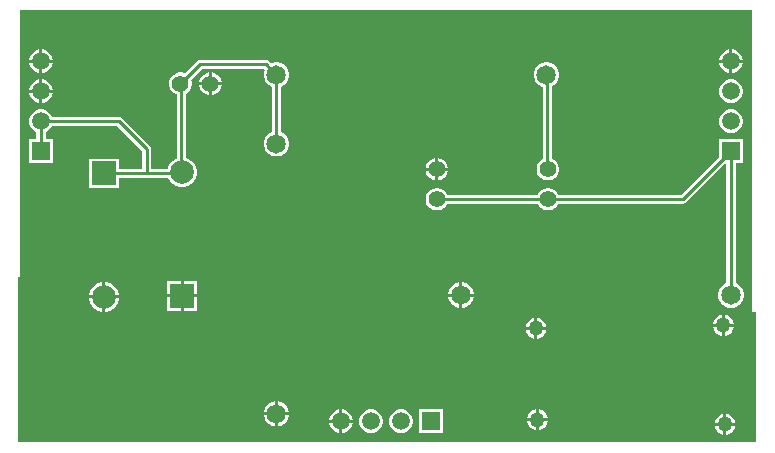
<source format=gtl>
G04*
G04 #@! TF.GenerationSoftware,Altium Limited,Altium Designer,22.2.1 (43)*
G04*
G04 Layer_Physical_Order=1*
G04 Layer_Color=255*
%FSLAX25Y25*%
%MOIN*%
G70*
G04*
G04 #@! TF.SameCoordinates,ABC598D3-5A79-416D-B659-D6E934405FF7*
G04*
G04*
G04 #@! TF.FilePolarity,Positive*
G04*
G01*
G75*
%ADD10C,0.01000*%
%ADD20C,0.06496*%
%ADD21C,0.07874*%
%ADD22R,0.07874X0.07874*%
%ADD23C,0.05512*%
%ADD24C,0.05906*%
%ADD25R,0.05906X0.05906*%
%ADD26R,0.05906X0.05906*%
%ADD27C,0.05000*%
G36*
X247000Y46500D02*
X248471D01*
Y3000D01*
X2486D01*
Y58000D01*
X3000D01*
Y147000D01*
X247000D01*
Y46500D01*
D02*
G37*
%LPC*%
G36*
X240520Y133953D02*
X240500D01*
Y130500D01*
X243953D01*
Y130520D01*
X243683Y131526D01*
X243163Y132427D01*
X242427Y133163D01*
X241526Y133683D01*
X240520Y133953D01*
D02*
G37*
G36*
X10520D02*
X10500D01*
Y130500D01*
X13953D01*
Y130520D01*
X13683Y131526D01*
X13163Y132427D01*
X12427Y133163D01*
X11526Y133683D01*
X10520Y133953D01*
D02*
G37*
G36*
X239500D02*
X239480D01*
X238474Y133683D01*
X237573Y133163D01*
X236837Y132427D01*
X236317Y131526D01*
X236047Y130520D01*
Y130500D01*
X239500D01*
Y133953D01*
D02*
G37*
G36*
X9500D02*
X9480D01*
X8474Y133683D01*
X7573Y133163D01*
X6837Y132427D01*
X6317Y131526D01*
X6047Y130520D01*
Y130500D01*
X9500D01*
Y133953D01*
D02*
G37*
G36*
X243953Y129500D02*
X240500D01*
Y126047D01*
X240520D01*
X241526Y126317D01*
X242427Y126837D01*
X243163Y127573D01*
X243683Y128474D01*
X243953Y129480D01*
Y129500D01*
D02*
G37*
G36*
X239500D02*
X236047D01*
Y129480D01*
X236317Y128474D01*
X236837Y127573D01*
X237573Y126837D01*
X238474Y126317D01*
X239480Y126047D01*
X239500D01*
Y129500D01*
D02*
G37*
G36*
X13953D02*
X10500D01*
Y126047D01*
X10520D01*
X11526Y126317D01*
X12427Y126837D01*
X13163Y127573D01*
X13683Y128474D01*
X13953Y129480D01*
Y129500D01*
D02*
G37*
G36*
X9500D02*
X6047D01*
Y129480D01*
X6317Y128474D01*
X6837Y127573D01*
X7573Y126837D01*
X8474Y126317D01*
X9480Y126047D01*
X9500D01*
Y129500D01*
D02*
G37*
G36*
X67000Y126254D02*
Y123000D01*
X70254D01*
X70000Y123950D01*
X69506Y124806D01*
X68806Y125505D01*
X67950Y126000D01*
X67000Y126254D01*
D02*
G37*
G36*
X66000D02*
X65050Y126000D01*
X64194Y125505D01*
X63494Y124806D01*
X63000Y123950D01*
X62746Y123000D01*
X66000D01*
Y126254D01*
D02*
G37*
G36*
X10520Y123953D02*
X10500D01*
Y120500D01*
X13953D01*
Y120520D01*
X13683Y121526D01*
X13163Y122427D01*
X12427Y123163D01*
X11526Y123683D01*
X10520Y123953D01*
D02*
G37*
G36*
X9500D02*
X9480D01*
X8474Y123683D01*
X7573Y123163D01*
X6837Y122427D01*
X6317Y121526D01*
X6047Y120520D01*
Y120500D01*
X9500D01*
Y123953D01*
D02*
G37*
G36*
X70254Y122000D02*
X67000D01*
Y118746D01*
X67950Y119000D01*
X68806Y119494D01*
X69506Y120194D01*
X70000Y121050D01*
X70254Y122000D01*
D02*
G37*
G36*
X66000D02*
X62746D01*
X63000Y121050D01*
X63494Y120194D01*
X64194Y119494D01*
X65050Y119000D01*
X66000Y118746D01*
Y122000D01*
D02*
G37*
G36*
X240520Y123953D02*
X239480D01*
X238474Y123683D01*
X237573Y123163D01*
X236837Y122427D01*
X236317Y121526D01*
X236047Y120520D01*
Y119480D01*
X236317Y118474D01*
X236837Y117573D01*
X237573Y116837D01*
X238474Y116317D01*
X239480Y116047D01*
X240520D01*
X241526Y116317D01*
X242427Y116837D01*
X243163Y117573D01*
X243683Y118474D01*
X243953Y119480D01*
Y120520D01*
X243683Y121526D01*
X243163Y122427D01*
X242427Y123163D01*
X241526Y123683D01*
X240520Y123953D01*
D02*
G37*
G36*
X13953Y119500D02*
X10500D01*
Y116047D01*
X10520D01*
X11526Y116317D01*
X12427Y116837D01*
X13163Y117573D01*
X13683Y118474D01*
X13953Y119480D01*
Y119500D01*
D02*
G37*
G36*
X9500D02*
X6047D01*
Y119480D01*
X6317Y118474D01*
X6837Y117573D01*
X7573Y116837D01*
X8474Y116317D01*
X9480Y116047D01*
X9500D01*
Y119500D01*
D02*
G37*
G36*
X240520Y113953D02*
X239480D01*
X238474Y113683D01*
X237573Y113163D01*
X236837Y112427D01*
X236317Y111526D01*
X236047Y110520D01*
Y109480D01*
X236317Y108474D01*
X236837Y107573D01*
X237573Y106837D01*
X238474Y106317D01*
X239480Y106047D01*
X240520D01*
X241526Y106317D01*
X242427Y106837D01*
X243163Y107573D01*
X243683Y108474D01*
X243953Y109480D01*
Y110520D01*
X243683Y111526D01*
X243163Y112427D01*
X242427Y113163D01*
X241526Y113683D01*
X240520Y113953D01*
D02*
G37*
G36*
X85000Y130529D02*
X63000D01*
X62415Y130413D01*
X61919Y130081D01*
X57861Y126024D01*
X56994Y126256D01*
X56006D01*
X55050Y126000D01*
X54194Y125505D01*
X53495Y124806D01*
X53000Y123950D01*
X52744Y122994D01*
Y122005D01*
X53000Y121050D01*
X53495Y120194D01*
X54194Y119494D01*
X55050Y119000D01*
X55252Y118946D01*
Y97560D01*
X55157Y97535D01*
X54032Y96885D01*
X53112Y95965D01*
X52462Y94840D01*
X52270Y94120D01*
X46778D01*
Y100751D01*
X46662Y101336D01*
X46330Y101832D01*
X37081Y111081D01*
X36585Y111413D01*
X36000Y111529D01*
X13681D01*
X13163Y112427D01*
X12427Y113163D01*
X11526Y113683D01*
X10520Y113953D01*
X9480D01*
X8474Y113683D01*
X7573Y113163D01*
X6837Y112427D01*
X6317Y111526D01*
X6047Y110520D01*
Y109480D01*
X6317Y108474D01*
X6837Y107573D01*
X7573Y106837D01*
X8471Y106319D01*
Y103953D01*
X6047D01*
Y96047D01*
X13953D01*
Y103953D01*
X11529D01*
Y106319D01*
X12427Y106837D01*
X13163Y107573D01*
X13681Y108471D01*
X35366D01*
X43720Y100118D01*
Y94120D01*
X35937D01*
Y97528D01*
X26063D01*
Y87653D01*
X35937D01*
Y91061D01*
X52454D01*
X52462Y91028D01*
X53112Y89903D01*
X54032Y88983D01*
X55157Y88333D01*
X56413Y87997D01*
X57713D01*
X58969Y88333D01*
X60094Y88983D01*
X61014Y89903D01*
X61664Y91028D01*
X62000Y92284D01*
Y93584D01*
X61664Y94840D01*
X61014Y95965D01*
X60094Y96885D01*
X58969Y97535D01*
X58311Y97711D01*
Y119209D01*
X58806Y119494D01*
X59505Y120194D01*
X60000Y121050D01*
X60256Y122005D01*
Y122994D01*
X60024Y123861D01*
X63634Y127471D01*
X84155D01*
X84294Y127351D01*
X84512Y127031D01*
X84252Y126059D01*
Y124941D01*
X84541Y123860D01*
X85101Y122892D01*
X85892Y122101D01*
X86860Y121542D01*
X86971Y121512D01*
Y106488D01*
X86860Y106458D01*
X85892Y105899D01*
X85101Y105108D01*
X84541Y104140D01*
X84252Y103059D01*
Y101941D01*
X84541Y100860D01*
X85101Y99892D01*
X85892Y99101D01*
X86860Y98541D01*
X87941Y98252D01*
X89059D01*
X90140Y98541D01*
X91108Y99101D01*
X91899Y99892D01*
X92458Y100860D01*
X92748Y101941D01*
Y103059D01*
X92458Y104140D01*
X91899Y105108D01*
X91108Y105899D01*
X90140Y106458D01*
X90029Y106488D01*
Y121512D01*
X90140Y121542D01*
X91108Y122101D01*
X91899Y122892D01*
X92458Y123860D01*
X92748Y124941D01*
Y126059D01*
X92458Y127140D01*
X91899Y128108D01*
X91108Y128899D01*
X90140Y129458D01*
X89059Y129748D01*
X87941D01*
X86860Y129458D01*
X86761Y129401D01*
X86081Y130081D01*
X85585Y130413D01*
X85000Y130529D01*
D02*
G37*
G36*
X142500Y97754D02*
Y94500D01*
X145754D01*
X145500Y95450D01*
X145006Y96306D01*
X144306Y97005D01*
X143450Y97500D01*
X142500Y97754D01*
D02*
G37*
G36*
X141500D02*
X140550Y97500D01*
X139694Y97005D01*
X138995Y96306D01*
X138500Y95450D01*
X138246Y94500D01*
X141500D01*
Y97754D01*
D02*
G37*
G36*
X145754Y93500D02*
X142500D01*
Y90246D01*
X143450Y90500D01*
X144306Y90995D01*
X145006Y91694D01*
X145500Y92550D01*
X145754Y93500D01*
D02*
G37*
G36*
X141500D02*
X138246D01*
X138500Y92550D01*
X138995Y91694D01*
X139694Y90995D01*
X140550Y90500D01*
X141500Y90246D01*
Y93500D01*
D02*
G37*
G36*
X179059Y129748D02*
X177941D01*
X176860Y129458D01*
X175892Y128899D01*
X175101Y128108D01*
X174541Y127140D01*
X174252Y126059D01*
Y124941D01*
X174541Y123860D01*
X175101Y122892D01*
X175892Y122101D01*
X176860Y121542D01*
X177221Y121445D01*
Y97310D01*
X176694Y97005D01*
X175995Y96306D01*
X175500Y95450D01*
X175244Y94494D01*
Y93506D01*
X175500Y92550D01*
X175995Y91694D01*
X176694Y90995D01*
X177550Y90500D01*
X178506Y90244D01*
X179495D01*
X180450Y90500D01*
X181306Y90995D01*
X182006Y91694D01*
X182500Y92550D01*
X182756Y93506D01*
Y94494D01*
X182500Y95450D01*
X182006Y96306D01*
X181306Y97005D01*
X180450Y97500D01*
X180279Y97546D01*
Y121622D01*
X181108Y122101D01*
X181899Y122892D01*
X182458Y123860D01*
X182748Y124941D01*
Y126059D01*
X182458Y127140D01*
X181899Y128108D01*
X181108Y128899D01*
X180140Y129458D01*
X179059Y129748D01*
D02*
G37*
G36*
X150559Y56248D02*
X150500D01*
Y52500D01*
X154248D01*
Y52559D01*
X153958Y53640D01*
X153399Y54608D01*
X152608Y55399D01*
X151640Y55958D01*
X150559Y56248D01*
D02*
G37*
G36*
X149500D02*
X149441D01*
X148360Y55958D01*
X147392Y55399D01*
X146601Y54608D01*
X146042Y53640D01*
X145752Y52559D01*
Y52500D01*
X149500D01*
Y56248D01*
D02*
G37*
G36*
X62000Y56690D02*
X57563D01*
Y52253D01*
X62000D01*
Y56690D01*
D02*
G37*
G36*
X56563D02*
X52126D01*
Y52253D01*
X56563D01*
Y56690D01*
D02*
G37*
G36*
X31650Y56346D02*
X31500D01*
Y51909D01*
X35937D01*
Y52059D01*
X35601Y53315D01*
X34951Y54441D01*
X34031Y55360D01*
X32906Y56010D01*
X31650Y56346D01*
D02*
G37*
G36*
X30500D02*
X30350D01*
X29094Y56010D01*
X27969Y55360D01*
X27049Y54441D01*
X26399Y53315D01*
X26063Y52059D01*
Y51909D01*
X30500D01*
Y56346D01*
D02*
G37*
G36*
X243953Y103953D02*
X236047D01*
Y98210D01*
X223366Y85529D01*
X182454D01*
X182006Y86306D01*
X181306Y87006D01*
X180450Y87500D01*
X179495Y87756D01*
X178506D01*
X177550Y87500D01*
X176694Y87006D01*
X175995Y86306D01*
X175546Y85529D01*
X145454D01*
X145006Y86306D01*
X144306Y87006D01*
X143450Y87500D01*
X142494Y87756D01*
X141506D01*
X140550Y87500D01*
X139694Y87006D01*
X138995Y86306D01*
X138500Y85450D01*
X138244Y84495D01*
Y83505D01*
X138500Y82550D01*
X138995Y81694D01*
X139694Y80994D01*
X140550Y80500D01*
X141506Y80244D01*
X142494D01*
X143450Y80500D01*
X144306Y80994D01*
X145006Y81694D01*
X145454Y82471D01*
X175546D01*
X175995Y81694D01*
X176694Y80994D01*
X177550Y80500D01*
X178506Y80244D01*
X179495D01*
X180450Y80500D01*
X181306Y80994D01*
X182006Y81694D01*
X182454Y82471D01*
X224000D01*
X224585Y82587D01*
X225081Y82919D01*
X237971Y95808D01*
X238471Y95601D01*
Y55988D01*
X238360Y55958D01*
X237392Y55399D01*
X236601Y54608D01*
X236041Y53640D01*
X235752Y52559D01*
Y51441D01*
X236041Y50360D01*
X236601Y49392D01*
X237392Y48601D01*
X238360Y48041D01*
X239441Y47752D01*
X240559D01*
X241640Y48041D01*
X242608Y48601D01*
X243399Y49392D01*
X243958Y50360D01*
X244248Y51441D01*
Y52559D01*
X243958Y53640D01*
X243399Y54608D01*
X242608Y55399D01*
X241640Y55958D01*
X241529Y55988D01*
Y96047D01*
X243953D01*
Y103953D01*
D02*
G37*
G36*
X154248Y51500D02*
X150500D01*
Y47752D01*
X150559D01*
X151640Y48041D01*
X152608Y48601D01*
X153399Y49392D01*
X153958Y50360D01*
X154248Y51441D01*
Y51500D01*
D02*
G37*
G36*
X149500D02*
X145752D01*
Y51441D01*
X146042Y50360D01*
X146601Y49392D01*
X147392Y48601D01*
X148360Y48041D01*
X149441Y47752D01*
X149500D01*
Y51500D01*
D02*
G37*
G36*
X62000Y51253D02*
X57563D01*
Y46816D01*
X62000D01*
Y51253D01*
D02*
G37*
G36*
X56563D02*
X52126D01*
Y46816D01*
X56563D01*
Y51253D01*
D02*
G37*
G36*
X35937Y50909D02*
X31500D01*
Y46472D01*
X31650D01*
X32906Y46809D01*
X34031Y47459D01*
X34951Y48378D01*
X35601Y49504D01*
X35937Y50760D01*
Y50909D01*
D02*
G37*
G36*
X30500D02*
X26063D01*
Y50760D01*
X26399Y49504D01*
X27049Y48378D01*
X27969Y47459D01*
X29094Y46809D01*
X30350Y46472D01*
X30500D01*
Y50909D01*
D02*
G37*
G36*
X238000Y45489D02*
Y42500D01*
X240989D01*
X240761Y43351D01*
X240387Y44000D01*
X240301Y44149D01*
X239649Y44801D01*
X238851Y45261D01*
X238000Y45489D01*
D02*
G37*
G36*
X237000D02*
X236149Y45261D01*
X235351Y44801D01*
X234699Y44149D01*
X234613Y44000D01*
X234239Y43351D01*
X234011Y42500D01*
X237000D01*
Y45489D01*
D02*
G37*
G36*
X175500Y44489D02*
Y41500D01*
X178489D01*
X178261Y42351D01*
X177801Y43149D01*
X177149Y43801D01*
X176351Y44262D01*
X175500Y44489D01*
D02*
G37*
G36*
X174500D02*
X173649Y44262D01*
X172851Y43801D01*
X172199Y43149D01*
X171739Y42351D01*
X171511Y41500D01*
X174500D01*
Y44489D01*
D02*
G37*
G36*
X240989Y41500D02*
X238000D01*
Y38511D01*
X238851Y38739D01*
X239649Y39199D01*
X240301Y39851D01*
X240761Y40649D01*
X240989Y41500D01*
D02*
G37*
G36*
X237000D02*
X234011D01*
X234239Y40649D01*
X234699Y39851D01*
X235351Y39199D01*
X236149Y38739D01*
X237000Y38511D01*
Y41500D01*
D02*
G37*
G36*
X178489Y40500D02*
X175500D01*
Y37510D01*
X176351Y37738D01*
X177149Y38199D01*
X177801Y38851D01*
X178261Y39649D01*
X178489Y40500D01*
D02*
G37*
G36*
X174500D02*
X171511D01*
X171739Y39649D01*
X172199Y38851D01*
X172851Y38199D01*
X173649Y37738D01*
X174500Y37510D01*
Y40500D01*
D02*
G37*
G36*
X89059Y16748D02*
X89000D01*
Y13000D01*
X92748D01*
Y13059D01*
X92458Y14140D01*
X91899Y15108D01*
X91108Y15899D01*
X90140Y16458D01*
X89059Y16748D01*
D02*
G37*
G36*
X88000D02*
X87941D01*
X86860Y16458D01*
X85892Y15899D01*
X85101Y15108D01*
X84541Y14140D01*
X84252Y13059D01*
Y13000D01*
X88000D01*
Y16748D01*
D02*
G37*
G36*
X176000Y13990D02*
Y11000D01*
X178990D01*
X178761Y11851D01*
X178301Y12649D01*
X177649Y13301D01*
X176851Y13761D01*
X176000Y13990D01*
D02*
G37*
G36*
X175000D02*
X174149Y13761D01*
X173351Y13301D01*
X172699Y12649D01*
X172239Y11851D01*
X172011Y11000D01*
X175000D01*
Y13990D01*
D02*
G37*
G36*
X110520Y13953D02*
X110500D01*
Y10500D01*
X113953D01*
Y10520D01*
X113683Y11526D01*
X113163Y12427D01*
X112427Y13163D01*
X111526Y13683D01*
X110520Y13953D01*
D02*
G37*
G36*
X109500D02*
X109480D01*
X108474Y13683D01*
X107573Y13163D01*
X106837Y12427D01*
X106317Y11526D01*
X106047Y10520D01*
Y10500D01*
X109500D01*
Y13953D01*
D02*
G37*
G36*
X238500Y12489D02*
Y9500D01*
X241490D01*
X241262Y10351D01*
X240801Y11149D01*
X240149Y11801D01*
X239351Y12262D01*
X238500Y12489D01*
D02*
G37*
G36*
X237500D02*
X236649Y12262D01*
X235851Y11801D01*
X235199Y11149D01*
X234738Y10351D01*
X234510Y9500D01*
X237500D01*
Y12489D01*
D02*
G37*
G36*
X92748Y12000D02*
X89000D01*
Y8252D01*
X89059D01*
X90140Y8541D01*
X91108Y9101D01*
X91899Y9892D01*
X92458Y10860D01*
X92748Y11941D01*
Y12000D01*
D02*
G37*
G36*
X88000D02*
X84252D01*
Y11941D01*
X84541Y10860D01*
X85101Y9892D01*
X85892Y9101D01*
X86860Y8541D01*
X87941Y8252D01*
X88000D01*
Y12000D01*
D02*
G37*
G36*
X178990Y10000D02*
X176000D01*
Y7011D01*
X176851Y7238D01*
X177649Y7699D01*
X178301Y8351D01*
X178761Y9149D01*
X178990Y10000D01*
D02*
G37*
G36*
X175000D02*
X172011D01*
X172239Y9149D01*
X172699Y8351D01*
X173351Y7699D01*
X174149Y7238D01*
X175000Y7011D01*
Y10000D01*
D02*
G37*
G36*
X143953Y13953D02*
X136047D01*
Y6047D01*
X143953D01*
Y13953D01*
D02*
G37*
G36*
X130520D02*
X129480D01*
X128474Y13683D01*
X127573Y13163D01*
X126837Y12427D01*
X126317Y11526D01*
X126047Y10520D01*
Y9480D01*
X126317Y8474D01*
X126837Y7573D01*
X127573Y6837D01*
X128474Y6317D01*
X129480Y6047D01*
X130520D01*
X131526Y6317D01*
X132427Y6837D01*
X133163Y7573D01*
X133683Y8474D01*
X133953Y9480D01*
Y10520D01*
X133683Y11526D01*
X133163Y12427D01*
X132427Y13163D01*
X131526Y13683D01*
X130520Y13953D01*
D02*
G37*
G36*
X120520D02*
X119480D01*
X118474Y13683D01*
X117573Y13163D01*
X116837Y12427D01*
X116317Y11526D01*
X116047Y10520D01*
Y9480D01*
X116317Y8474D01*
X116837Y7573D01*
X117573Y6837D01*
X118474Y6317D01*
X119480Y6047D01*
X120520D01*
X121526Y6317D01*
X122427Y6837D01*
X123163Y7573D01*
X123683Y8474D01*
X123953Y9480D01*
Y10520D01*
X123683Y11526D01*
X123163Y12427D01*
X122427Y13163D01*
X121526Y13683D01*
X120520Y13953D01*
D02*
G37*
G36*
X113953Y9500D02*
X110500D01*
Y6047D01*
X110520D01*
X111526Y6317D01*
X112427Y6837D01*
X113163Y7573D01*
X113683Y8474D01*
X113953Y9480D01*
Y9500D01*
D02*
G37*
G36*
X109500D02*
X106047D01*
Y9480D01*
X106317Y8474D01*
X106837Y7573D01*
X107573Y6837D01*
X108474Y6317D01*
X109480Y6047D01*
X109500D01*
Y9500D01*
D02*
G37*
G36*
X241490Y8500D02*
X238500D01*
Y5511D01*
X239351Y5739D01*
X240149Y6199D01*
X240801Y6851D01*
X241262Y7649D01*
X241490Y8500D01*
D02*
G37*
G36*
X237500D02*
X234510D01*
X234738Y7649D01*
X235199Y6851D01*
X235851Y6199D01*
X236649Y5739D01*
X237500Y5511D01*
Y8500D01*
D02*
G37*
%LPD*%
D10*
X56720Y92590D02*
X57063Y92934D01*
X44663Y92590D02*
X56720D01*
X45249Y93176D02*
Y100751D01*
X36000Y110000D02*
X45249Y100751D01*
X31000Y92590D02*
X44663D01*
X240000Y52000D02*
Y100000D01*
X224000Y84000D02*
X240000Y100000D01*
X179000Y84000D02*
X224000D01*
X142000D02*
X179000D01*
X178500Y125500D02*
X178750Y125250D01*
Y94250D02*
Y125250D01*
Y94250D02*
X179000Y94000D01*
X88500Y102500D02*
Y125500D01*
X85000Y129000D02*
X88500Y125500D01*
X56500Y122500D02*
X63000Y129000D01*
X85000D01*
X10000Y110000D02*
X36000D01*
X56782Y93215D02*
Y122219D01*
X56500Y122500D02*
X56782Y122219D01*
Y93215D02*
X57063Y92934D01*
X10000Y100000D02*
Y110000D01*
D20*
X240000Y52000D02*
D03*
X150000D02*
D03*
X88500Y125500D02*
D03*
X178500D02*
D03*
X88500Y12500D02*
D03*
Y102500D02*
D03*
D21*
X57063Y92934D02*
D03*
X31000Y51410D02*
D03*
D22*
X57063Y51753D02*
D03*
X31000Y92590D02*
D03*
D23*
X179000Y84000D02*
D03*
Y94000D02*
D03*
X142000Y84000D02*
D03*
Y94000D02*
D03*
X56500Y122500D02*
D03*
X66500D02*
D03*
D24*
X240000Y130000D02*
D03*
Y120000D02*
D03*
Y110000D02*
D03*
X10000Y130000D02*
D03*
Y120000D02*
D03*
Y110000D02*
D03*
X110000Y10000D02*
D03*
X120000D02*
D03*
X130000D02*
D03*
D25*
X240000Y100000D02*
D03*
X10000D02*
D03*
D26*
X140000Y10000D02*
D03*
D27*
X175500Y10500D02*
D03*
X238000Y9000D02*
D03*
X175000Y41000D02*
D03*
X237500Y42000D02*
D03*
M02*

</source>
